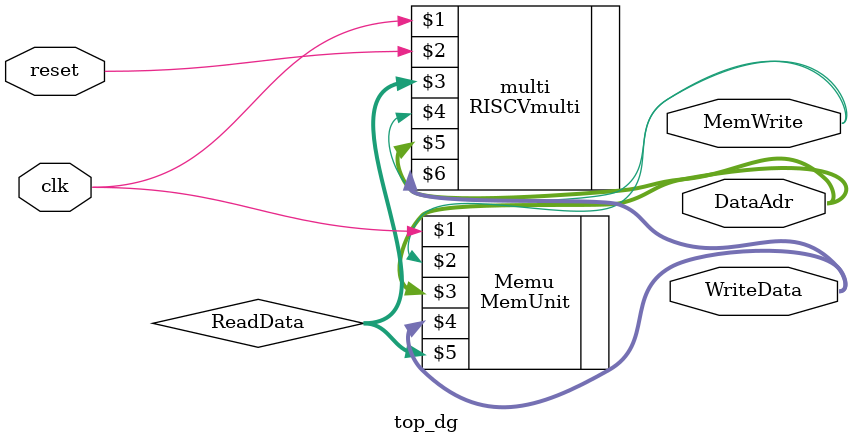
<source format=sv>
module top_dg(input  logic   clk, reset,
           output logic [31:0] WriteData, DataAdr,
           output logic        MemWrite);

  logic [31:0] ReadData;
 
  // instantiate processor and memories
  MemUnit Memu(clk, MemWrite, DataAdr, WriteData, ReadData);
  RISCVmulti multi(clk, reset, ReadData, MemWrite, DataAdr,
                          WriteData);
endmodule
</source>
